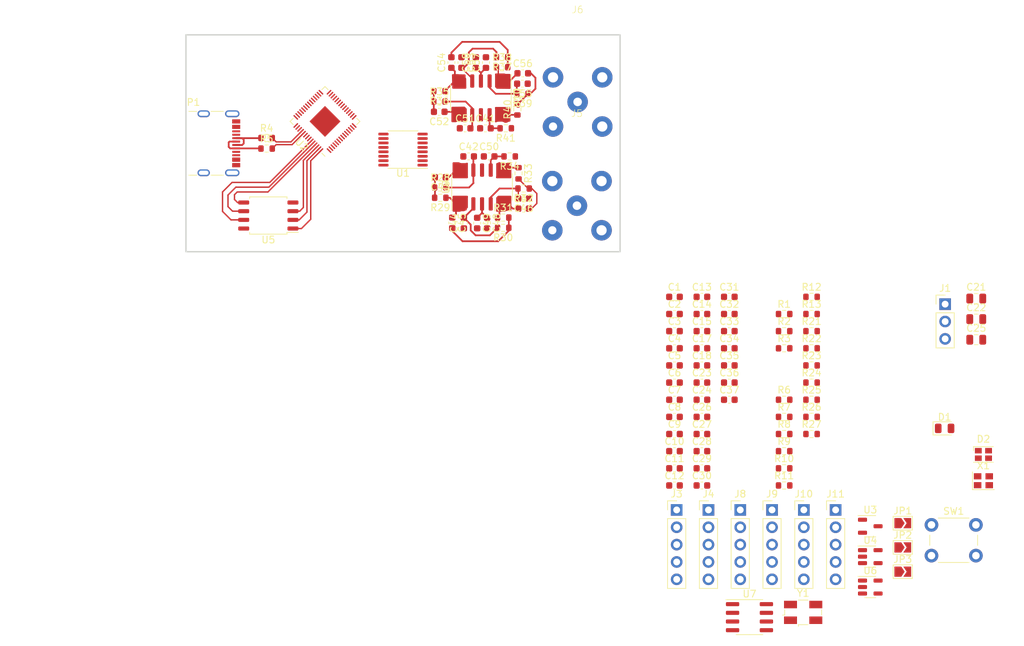
<source format=kicad_pcb>
(kicad_pcb (version 20221018) (generator pcbnew)
  (layers (0 "F.Cu" signal) (1 "In1.Cu" signal) (2 "In2.Cu" signal) (31 "B.Cu" signal) (34 "B.Paste" user) (35 "F.Paste" user) (36 "B.SilkS" user "B.Silkscreen") (37 "F.SilkS" user "F.Silkscreen") (38 "B.Mask" user) (39 "F.Mask" user) (44 "Edge.Cuts" user))
  (net 0 "")
  (net 1 "+3V3")
  (net 2 "GND")
  (net 3 "VBUS")
  (net 4 "/XOUT")
  (net 5 "VDDA")
  (net 6 "Net-(U2-ADC_AVDD)")
  (net 7 "GNDA")
  (net 8 "/SE_SIG_A")
  (net 9 "Net-(U1-REFIO_B)")
  (net 10 "Net-(U1-REFIO_A)")
  (net 11 "Net-(U1-AINP_B)")
  (net 12 "Net-(U1-AINM_B)")
  (net 13 "Net-(U1-AINP_A)")
  (net 14 "Net-(U1-AINM_A)")
  (net 15 "Net-(J2-In)")
  (net 16 "Net-(U7-CH0)")
  (net 17 "Net-(U6-VIN+)")
  (net 18 "+1V1")
  (net 19 "Net-(U10A-+)")
  (net 20 "Net-(U10D-+)")
  (net 21 "Net-(C52-Pad2)")
  (net 22 "Net-(U9D-+)")
  (net 23 "/SE_SIG_B")
  (net 24 "Net-(C43-Pad2)")
  (net 25 "Net-(U9C-+)")
  (net 26 "Net-(U9C--)")
  (net 27 "Net-(C45-Pad2)")
  (net 28 "Net-(U9B-+)")
  (net 29 "Net-(U9B--)")
  (net 30 "Net-(C47-Pad2)")
  (net 31 "Net-(U9A-+)")
  (net 32 "Net-(D1-K)")
  (net 33 "Net-(D2-BK)")
  (net 34 "Net-(D2-GK)")
  (net 35 "Net-(D2-RK)")
  (net 36 "Net-(J1-Pin_1)")
  (net 37 "Net-(J1-Pin_2)")
  (net 38 "/SIG_IN")
  (net 39 "Net-(J8-Pin_1)")
  (net 40 "Net-(J8-Pin_2)")
  (net 41 "Net-(J8-Pin_3)")
  (net 42 "Net-(J8-Pin_4)")
  (net 43 "Net-(J8-Pin_5)")
  (net 44 "Net-(J9-Pin_2)")
  (net 45 "Net-(J9-Pin_3)")
  (net 46 "Net-(J9-Pin_4)")
  (net 47 "Net-(J9-Pin_5)")
  (net 48 "/WGN_OUT")
  (net 49 "/VDDA_EN")
  (net 50 "Net-(JP1-B)")
  (net 51 "Net-(JP3-B)")
  (net 52 "/USB_CC")
  (net 53 "Net-(P1-D+)")
  (net 54 "Net-(P1-D-)")
  (net 55 "/USB_VCONN")
  (net 56 "/LED_B")
  (net 57 "/LED_G")
  (net 58 "/LED_R")
  (net 59 "/USB_D-")
  (net 60 "/USB_D+")
  (net 61 "/USER_LED")
  (net 62 "Net-(U4-PG{slash}ADJ)")
  (net 63 "/~{FLASH_CSN}")
  (net 64 "Net-(SW1-A)")
  (net 65 "Net-(U10C-+)")
  (net 66 "/PDM_WGN")
  (net 67 "/ADC_SDI")
  (net 68 "/ADC_CSN")
  (net 69 "/ADC_SCK")
  (net 70 "/ADC_SDO_A")
  (net 71 "/ADC_SDO_B")
  (net 76 "/~{PGA_CS}")
  (net 77 "/PGA_SCK")
  (net 78 "/PGA_SI")
  (net 84 "/FLASH_IO3")
  (net 85 "/FLASH_SCK")
  (net 86 "/FLASH_IO0")
  (net 87 "/FLASH_IO2")
  (net 88 "/FLASH_IO1")
  (net 89 "Net-(U10A--)")
  (net 90 "Net-(C54-Pad2)")
  (net 91 "Net-(U10B-+)")
  (net 92 "Net-(U10B--)")
  (net 93 "Net-(C56-Pad2)")
  (net 94 "Net-(U10D--)")
  (net 95 "/CLK_12M")
  (net 97 "Net-(U9A--)")
  (footprint "Capacitor_SMD:C_0603_1608Metric" (layer "F.Cu") (at 63.881 24.0538 90)
    (fp_text reference "C57")
    (fp_text value "100n")
  )
  (footprint "Resistor_SMD:R_0603_1608Metric" (layer "F.Cu") (at 31.8 36.65)
    (fp_text reference "R5")
    (fp_text value "27R")
  )
  (footprint "Resistor_SMD:R_0603_1608Metric" (layer "F.Cu") (at 66.4 46.75)
    (fp_text reference "R31")
    (fp_text value "5k9")
  )
  (footprint "Capacitor_SMD:C_0805_2012Metric" (layer "F.Cu") (at 135.6 61.615)
    (fp_text reference "C22")
    (fp_text value "10u")
  )
  (footprint "Resistor_SMD:R_0603_1608Metric" (layer "F.Cu") (at 111.51 75.925)
    (fp_text reference "R26")
    (fp_text value "50k")
  )
  (footprint "Connector_PinHeader_2.54mm:PinHeader_1x05_P2.54mm_Vertical" (layer "F.Cu") (at 101.08 89.545)
    (fp_text reference "J8")
    (fp_text value "Conn_01x05_Pin")
  )
  (footprint "Capacitor_SMD:C_0603_1608Metric" (layer "F.Cu") (at 99.48 60.865)
    (fp_text reference "C32")
    (fp_text value "10n C0G")
  )
  (footprint "Capacitor_SMD:C_0603_1608Metric" (layer "F.Cu") (at 91.46 80.945)
    (fp_text reference "C10")
    (fp_text value "15p COG")
  )
  (footprint "Resistor_SMD:R_0603_1608Metric" (layer "F.Cu") (at 68.65 40.2694 -90)
    (fp_text reference "R33")
    (fp_text value "6k3")
  )
  (footprint "Capacitor_SMD:C_0603_1608Metric" (layer "F.Cu") (at 95.47 78.435)
    (fp_text reference "C27")
    (fp_text value "1u")
  )
  (footprint "Capacitor_SMD:C_0603_1608Metric" (layer "F.Cu") (at 99.48 70.905)
    (fp_text reference "C36")
    (fp_text value "100n")
  )
  (footprint "Resistor_SMD:R_0603_1608Metric" (layer "F.Cu") (at 111.51 63.375)
    (fp_text reference "R21")
    (fp_text value "10R")
  )
  (footprint "ADS8584SIPM:BNC_THT" (layer "F.Cu") (at 77.1906 45.0088)
    (fp_text reference "J5")
    (fp_text value "BNC")
  )
  (footprint "Capacitor_SMD:C_0603_1608Metric" (layer "F.Cu") (at 99.48 58.355)
    (fp_text reference "C31")
    (fp_text value "100n")
  )
  (footprint "Resistor_SMD:R_0603_1608Metric" (layer "F.Cu") (at 111.51 60.865)
    (fp_text reference "R13")
    (fp_text value "200R")
  )
  (footprint "Resistor_SMD:R_0603_1608Metric" (layer "F.Cu") (at 111.51 70.905)
    (fp_text reference "R24")
    (fp_text value "10R")
  )
  (footprint "Connector_PinHeader_2.54mm:PinHeader_1x05_P2.54mm_Vertical" (layer "F.Cu") (at 115.03 89.545)
    (fp_text reference "J11")
    (fp_text value "Conn_01x05_Pin")
  )
  (footprint "Oscillator:Oscillator_SMD_SeikoEpson_SG210-4Pin_2.5x2.0mm" (layer "F.Cu") (at 136.65 85.275)
    (fp_text reference "X1")
    (fp_text value "SG-210STF")
  )
  (footprint "Resistor_SMD:R_0603_1608Metric" (layer "F.Cu") (at 66.2432 23.2664 180)
    (fp_text reference "R37")
    (fp_text value "15k2")
  )
  (footprint "Capacitor_SMD:C_0603_1608Metric" (layer "F.Cu") (at 99.48 73.415)
    (fp_text reference "C37")
    (fp_text value "2u2")
  )
  (footprint "Resistor_SMD:R_0603_1608Metric" (layer "F.Cu") (at 111.51 58.355)
    (fp_text reference "R12")
    (fp_text value "1k")
  )
  (footprint "Capacitor_SMD:C_0603_1608Metric" (layer "F.Cu") (at 69.2658 25.6286)
    (fp_text reference "C56")
    (fp_text value "100p	C0G")
  )
  (footprint "Package_TO_SOT_SMD:SOT-23-5" (layer "F.Cu") (at 120.1 100.835)
    (fp_text reference "U6")
    (fp_text value "MCP6486UT-E/OT")
  )
  (footprint "Resistor_SMD:R_0603_1608Metric" (layer "F.Cu") (at 57.2 42.35)
    (fp_text reference "R28")
    (fp_text value "15k1")
  )
  (footprint "Resistor_SMD:R_0603_1608Metric" (layer "F.Cu") (at 107.5 65.885)
    (fp_text reference "R3")
    (fp_text value "200R")
  )
  (footprint "Package_SO:SOIC-8_3.9x4.9mm_P1.27mm" (layer "F.Cu") (at 102.43 105.245)
    (fp_text reference "U7")
    (fp_text value "MCP6S92-E/SN")
  )
  (footprint "Connector_PinHeader_2.54mm:PinHeader_1x05_P2.54mm_Vertical" (layer "F.Cu") (at 105.73 89.545)
    (fp_text reference "J9")
    (fp_text value "Conn_01x06_Pin")
  )
  (footprint "Capacitor_SMD:C_0603_1608Metric" (layer "F.Cu") (at 69.3928 43.9674 180)
    (fp_text reference "C46")
    (fp_text value "68p	C0G")
  )
  (footprint "Capacitor_SMD:C_0603_1608Metric" (layer "F.Cu") (at 64.35 37.8)
    (fp_text reference "C50")
    (fp_text value "68p C0G")
  )
  (footprint "Resistor_SMD:R_0603_1608Metric" (layer "F.Cu") (at 107.5 75.925)
    (fp_text reference "R7")
    (fp_text value "10k")
  )
  (footprint "Resistor_SMD:R_0603_1608Metric" (layer "F.Cu") (at 111.51 68.395)
    (fp_text reference "R23")
    (fp_text value "10R")
  )
  (footprint "Resistor_SMD:R_0603_1608Metric" (layer "F.Cu") (at 69.215 28.6258 180)
    (fp_text reference "R39")
    (fp_text value "14k8")
  )
  (footprint "Package_SO:TSSOP-16_4.4x5mm_P0.65mm" (layer "F.Cu") (at 51.75 36.8 180)
    (fp_text reference "U1")
    (fp_text value "AD7253")
  )
  (footprint "Capacitor_SMD:C_0603_1608Metric" (layer "F.Cu") (at 91.46 75.925)
    (fp_text reference "C8")
    (fp_text value "100n")
  )
  (footprint "Resistor_SMD:R_0603_1608Metric" (layer "F.Cu") (at 66.7766 33.6804 180)
    (fp_text reference "R41")
    (fp_text value "11k7")
  )
  (footprint "Crystal:Crystal_SMD_EuroQuartz_MJ-4Pin_5.0x3.2mm" (layer "F.Cu") (at 110.28 104.545)
    (fp_text reference "Y1")
    (fp_text value "12MHz")
  )
  (footprint "Capacitor_SMD:C_0603_1608Metric" (layer "F.Cu") (at 95.47 83.455)
    (fp_text reference "C29")
    (fp_text value "1u")
  )
  (footprint "LED_SMD:LED_Cree-PLCC4_2x2mm_CW" (layer "F.Cu") (at 136.65 81.425)
    (fp_text reference "D2")
    (fp_text value "LED_ABGR")
  )
  (footprint "Capacitor_SMD:C_0603_1608Metric" (layer "F.Cu") (at 95.47 65.885)
    (fp_text reference "C17")
    (fp_text value "100n")
  )
  (footprint "Resistor_SMD:R_0603_1608Metric" (layer "F.Cu") (at 31.8 35.1)
    (fp_text reference "R4")
    (fp_text value "27R")
  )
  (footprint "Package_SO:SOIC-14_3.9x8.7mm_P1.27mm" (layer "F.Cu") (at 63.31 42.275 90)
    (fp_text reference "U9")
    (fp_text value "OPA1664")
  )
  (footprint "Capacitor_SMD:C_0603_1608Metric" (layer "F.Cu") (at 58.8264 24.0538 90)
    (fp_text reference "C54")
    (fp_text value "150p	C0G")
  )
  (footprint "Capacitor_SMD:C_0603_1608Metric" (layer "F.Cu") (at 60.2996 24.0538 -90)
    (fp_text reference "C53")
    (fp_text value "47p	C0G")
  )
  (footprint "Capacitor_SMD:C_0805_2012Metric" (layer "F.Cu") (at 135.6 58.605)
    (fp_text reference "C21")
    (fp_text value "10u")
  )
  (footprint "Resistor_SMD:R_0603_1608Metric" (layer "F.Cu") (at 107.5 80.945)
    (fp_text reference "R9")
    (fp_text value "50k")
  )
  (footprint "Capacitor_SMD:C_0603_1608Metric" (layer "F.Cu") (at 95.47 73.415)
    (fp_text reference "C24")
    (fp_text value "36n C0G")
  )
  (footprint "Capacitor_SMD:C_0805_2012Metric" (layer "F.Cu") (at 135.6 64.625)
    (fp_text reference "C25")
    (fp_text value "C_Polarized_Small")
  )
  (footprint "Capacitor_SMD:C_0603_1608Metric" (layer "F.Cu") (at 95.47 68.395)
    (fp_text reference "C18")
    (fp_text value "10n")
  )
  (footprint "Capacitor_SMD:C_0603_1608Metric" (layer "F.Cu") (at 91.46 73.415)
    (fp_text reference "C7")
    (fp_text value "15p COG")
  )
  (footprint "Package_TO_SOT_SMD:SOT-23-3" (layer "F.Cu") (at 120.1 91.935)
    (fp_text reference "U3")
    (fp_text value "AP2210N-4.0TRG1")
  )
  (footprint "Capacitor_SMD:C_0603_1608Metric" (layer "F.Cu") (at 91.46 78.435)
    (fp_text reference "C9")
    (fp_text value "1u")
  )
  (footprint "Resistor_SMD:R_0603_1608Metric" (layer "F.Cu") (at 66.4 48.25 180)
    (fp_text reference "R30")
    (fp_text value "15k2")
  )
  (footprint "Resistor_SMD:R_0603_1608Metric" (layer "F.Cu") (at 111.51 65.885)
    (fp_text reference "R22")
    (fp_text value "10R")
  )
  (footprint "Capacitor_SMD:C_0603_1608Metric" (layer "F.Cu") (at 95.47 60.865)
    (fp_text reference "C14")
    (fp_text value "1u")
  )
  (footprint "Package_DFN_QFN:QFN-56-1EP_7x7mm_P0.4mm_EP3.2x3.2mm" (layer "F.Cu") (at 40.336314 32.674955 135)
    (fp_text reference "U2")
    (fp_text value "RP2040")
  )
  (footprint "Capacitor_SMD:C_0603_1608Metric" (layer "F.Cu") (at 62.4078 24.0538 90)
    (fp_text reference "C58")
    (fp_text value "10n")
  )
  (footprint "Connector_PinHeader_2.54mm:PinHeader_1x05_P2.54mm_Vertical" (layer "F.Cu") (at 96.43 89.545)
    (fp_text reference "J4")
    (fp_text value "Conn_01x05_Pin")
  )
  (footprint "Capacitor_SMD:C_0603_1608Metric" (layer "F.Cu") (at 91.46 70.905)
    (fp_text reference "C6")
    (fp_text value "100n")
  )
  (footprint "Resistor_SMD:R_0603_1608Metric" (layer "F.Cu") (at 57.2 43.85 180)
    (fp_text reference "R29")
    (fp_text value "8k4")
  )
  (footprint "Connector_USB:USB_C_Receptacle_GCT_USB4105-xx-A_16P_TopMnt_Horizontal" (layer "F.Cu") (at 23.67 35.875 -90)
    (fp_text reference "P1")
    (fp_text value "USB_C_Plug_USB2.0")
  )
  (footprint "Capacitor_SMD:C_0603_1608Metric" (layer "F.Cu") (at 58.9534 47.5234 -90)
    (fp_text reference "C45")
    (fp_text value "150p	C0G")
  )
  (footprint "Capacitor_SMD:C_0603_1608Metric" (layer "F.Cu") (at 95.47 70.905)
    (fp_text reference "C23")
    (fp_text value "36n C0G")
  )
  (footprint "Capacitor_SMD:C_0603_1608Metric" (layer "F.Cu") (at 69.3928 45.4406)
    (fp_text reference "C47")
    (fp_text value "100p	C0G")
  )
  (footprint "Capacitor_SMD:C_0603_1608Metric" (layer "F.Cu") (at 95.47 63.375)
    (fp_text reference "C15")
    (fp_text value "100n")
  )
  (footprint "Capacitor_SMD:C_0603_1608Metric" (layer "F.Cu") (at 91.46 83.455)
    (fp_text reference "C11")
    (fp_text value "2u2")
  )
  (footprint "Resistor_SMD:R_0603_1608Metric" (layer "F.Cu") (at 57.0738 29.7688)
    (fp_text reference "R35")
    (fp_text value "15k1")
  )
  (footprint "Resistor_SMD:R_0603_1608Metric" (layer "F.Cu") (at 107.5 85.965)
    (fp_text reference "R11")
    (fp_text value "56k")
  )
  (footprint "Resistor_SMD:R_0603_1608Metric" (layer "F.Cu") (at 111.51 73.415)
    (fp_text reference "R25")
    (fp_text value "50k")
  )
  (footprint "Capacitor_SMD:C_0603_1608Metric" (layer "F.Cu") (at 95.47 85.965)
    (fp_text reference "C30")
    (fp_text value "1u")
  )
  (footprint "Capacitor_SMD:C_0603_1608Metric" (layer "F.Cu") (at 60.65 47.55 90)
    (fp_text reference "C44")
    (fp_text value "47p	C0G")
  )
  (footprint "Capacitor_SMD:C_0603_1608Metric" (layer "F.Cu") (at 69.215 27.1526 180)
    (fp_text reference "C55")
    (fp_text value "68p	C0G")
  )
  (footprint "Package_SO:SOIC-14_3.9x8.7mm_P1.27mm" (layer "F.Cu") (at 63.1444 29.2354 -90)
    (fp_text reference "U10")
    (fp_text value "OPA1664")
  )
  (footprint "Capacitor_SMD:C_0603_1608Metric" (layer "F.Cu") (at 62.6 47.55 -90)
    (fp_text reference "C49")
    (fp_text value "10n")
  )
  (footprint "Jumper:SolderJumper-2_P1.3mm_Open_TrianglePad1.0x1.5mm" (layer "F.Cu") (at 124.85 91.485)
    (fp_text reference "JP1")
    (fp_text value "SolderJumper_2_Open")
  )
  (footprint "Capacitor_SMD:C_0603_1608Metric" (layer "F.Cu") (at 95.47 75.925)
    (fp_text reference "C26")
    (fp_text value "100n")
  )
  (footprint "Resistor_SMD:R_0603_1608Metric" (layer "F.Cu") (at 69.3928 42.4942 180)
    (fp_text reference "R32")
    (fp_text value "14k8")
  )
  (footprint "Capacitor_SMD:C_0603_1608Metric" (layer "F.Cu") (at 99.48 68.395)
    (fp_text reference "C35")
    (fp_text value "10n")
  )
  (footprint "Resistor_SMD:R_0603_1608Metric" (layer "F.Cu") (at 67.35 37.8 180)
    (fp_text reference "R34")
    (fp_text value "11k7")
  )
  (footprint "Capacitor_SMD:C_0603_1608Metric" (layer "F.Cu") (at 95.47 80.945)
    (fp_text reference "C28")
    (fp_text value "100n")
  )
  (footprint "Connector_PinHeader_2.54mm:PinHeader_1x05_P2.54mm_Vertical" (layer "F.Cu") (at 110.38 89.545)
    (fp_text reference "J10")
    (fp_text value "Conn_01x05_Pin")
  )
  (footprint "Resistor_SMD:R_0603_1608Metric" (layer "F.Cu") (at 107.5 73.415)
    (fp_text reference "R6")
    (fp_text value "200R")
  )
  (footprint "Capacitor_SMD:C_0603_1608Metric" (layer "F.Cu") (at 64.05 47.55 -90)
    (fp_text reference "C48")
    (fp_text value "100n")
  )
  (footprint "Resistor_SMD:R_0603_1608Metric" (layer "F.Cu") (at 57.0738 28.2448 180)
    (fp_text reference "R36")
    (fp_text value "8k4")
  )
  (footprint "Package_TO_SOT_SMD:SOT-23-5" (layer "F.Cu") (at 120.1 96.385)
    (fp_text reference "U4")
    (fp_text value "NCP164ASNADJT1G")
  )
  (footprint "Resistor_SMD:R_0603_1608Metric" (layer "F.Cu") (at 66.2432 24.7396)
    (fp_text reference "R38")
    (fp_text value "5k9")
  )
  (footprint "Connector_PinHeader_2.54mm:PinHeader_1x03_P2.54mm_Vertical" (layer "F.Cu") (at 131.05 59.425)
    (fp_text reference "J1")
    (fp_text value "Conn_01x03_Pin")
  )
  (footprint "Capacitor_SMD:C_0603_1608Metric" (layer "F.Cu") (at 91.46 85.965)
    (fp_text reference "C12")
    (fp_text value "100n")
  )
  (footprint "Capacitor_SMD:C_0603_1608Metric" (layer "F.Cu") (at 99.48 65.885)
    (fp_text reference "C34")
    (fp_text value "2u2")
  )
  (footprint "Capacitor_SMD:C_0603_1608Metric" (layer "F.Cu") (at 61.35 37.8)
    (fp_text reference "C42")
    (fp_text value "15p   C0G")
  )
  (footprint "Resistor_SMD:R_0603_1608Metric" (layer "F.Cu") (at 107.5 63.375)
    (fp_text reference "R2")
    (fp_text value "200R")
  )
  (footprint "Connector_PinHeader_2.54mm:PinHeader_1x05_P2.54mm_Vertical" (layer "F.Cu") (at 91.78 89.545)
    (fp_text reference "J3")
    (fp_text value "Conn_01x05_Pin")
  )
  (footprint "Capacitor_SMD:C_0603_1608Metric" (layer "F.Cu") (at 95.47 58.355)
    (fp_text reference "C13")
    (fp_text value "100n")
  )
  (footprint "Resistor_SMD:R_0603_1608Metric" (layer "F.Cu") (at 107.5 83.455)
    (fp_text reference "R10")
    (fp_text value "56k")
  )
  (footprint "Capacitor_SMD:C_0603_1608Metric" (layer "F.Cu") (at 91.46 60.865)
    (fp_text reference "C2")
    (fp_text value "1u")
  )
  (footprint "Capacitor_SMD:C_0603_1608Metric" (layer "F.Cu") (at 91.46 65.885)
    (fp_text reference "C4")
    (fp_text value "1u")
  )
  (footprint "ADS8584SIPM:BNC_THT" (layer "F.Cu") (at 77.2922 29.8196)
    (fp_text reference "J6")
    (fp_text value "BNC")
  )
  (footprint "Jumper:SolderJumper-2_P1.3mm_Open_TrianglePad1.0x1.5mm" (layer "F.Cu") (at 124.85 95.035)
    (fp_text reference "JP2")
    (fp_text value "SolderJumper_2_Open")
  )
  (footprint "Capacitor_SMD:C_0603_1608Metric" (layer "F.Cu") (at 57.2 40.85 180)
    (fp_text reference "C43")
    (fp_text value "330p	C0G")
  )
  (footprint "Resistor_SMD:R_0603_1608Metric" (layer "F.Cu") (at 107.5 60.865)
    (fp_text reference "R1")
    (fp_text value "200R")
  )
  (footprint "Capacitor_SMD:C_0603_1608Metric" (layer "F.Cu") (at 57.0484 31.2674 180)
    (fp_text reference "C52")
    (fp_text value "330p	C0G")
  )
  (footprint "Capacitor_SMD:C_0603_1608Metric" (layer "F.Cu") (at 99.48 63.375)
    (fp_text reference "C33")
    (fp_text value "100n")
  )
  (footprint "Capacitor_SMD:C_0603_1608Metric" (layer "F.Cu") (at 91.46 68.395)
    (fp_text reference "C5")
    (fp_text value "10n")
  )
  (footprint "Package_SO:SOIC-8_5.23x5.23mm_P1.27mm" (layer "F.Cu") (at 32.05 46.45 180)
    (fp_text reference "U5")
    (fp_text value "W25Q32JVSS")
  )
  (footprint "Jumper:SolderJumper-2_P1.3mm_Open_TrianglePad1.0x1.5mm" (layer "F.Cu") (at 124.85 98.585)
    (fp_text reference "JP3")
    (fp_text value "SolderJumper_2_Open")
  )
  (footprint "Resistor_SMD:R_0603_1608Metric" (layer "F.Cu") (at 111.51 78.435)
    (fp_text reference "R27")
    (fp_text value "8.06")
  )
  (footprint "Resistor_SMD:R_0603_1608Metric" (layer "F.Cu") (at 107.5 78.435)
    (fp_text reference "R8")
    (fp_text value "150k")
  )
  (footprint "LED_SMD:LED_0805_2012Metric" (layer "F.Cu") (at 130.97 77.61)
    (fp_text reference "D1")
    (fp_text value "LED")
  )
  (footprint "Capacitor_SMD:C_0603_1608Metric" (layer "F.Cu") (at 91.46 58.355)
    (fp_text reference "C1")
    (fp_text value "100n")
  )
  (footprint "Resistor_SMD:R_0603_1608Metric" (layer "F.Cu") (at 68.4784 30.9118 90)
    (fp_text reference "R40")
    (fp_text value "6k3")
  )
  (footprint "Button_Switch_THT:SW_PUSH_6mm" (layer "F.Cu") (at 129.05 91.735)
    (fp_text reference "SW1")
    (fp_text value "SW_SPST")
  )
  (footprint "Capacitor_SMD:C_0603_1608Metric" (layer "F.Cu") (at 91.46 63.375)
    (fp_text reference "C3")
    (fp_text value "100n")
  )
  (footprint "Capacitor_SMD:C_0603_1608Metric" (layer "F.Cu") (at 60.833 33.6804)
    (fp_text reference "C51")
    (fp_text value "15p   C0G")
  )
  (footprint "Capacitor_SMD:C_0603_1608Metric" (layer "F.Cu") (at 63.8048 33.6804)
    (fp_text reference "C41")
    (fp_text value "68p C0G")
  )
  (gr_rect locked (start 20 20) (end 83.5 51.75) (stroke (width 0.2)) (fill none) (layer "Edge.Cuts"))
  (segment (start 63.31 46.065) (end 62.6 46.775) (width 0.25) (layer "F.Cu") (net 5))
  (segment (start 63.1444 26.7604) (end 63.1444 25.5654) (width 0.25) (layer "F.Cu") (net 5))
  (segment (start 63.1444 25.5654) (end 63.881 24.8288) (width 0.25) (layer "F.Cu") (net 5))
  (segment (start 63.31 46.035) (end 64.05 46.775) (width 0.25) (layer "F.Cu") (net 5))
  (segment (start 63.1444 25.5654) (end 62.4078 24.8288) (width 0.25) (layer "F.Cu") (net 5))
  (segment (start 63.31 44.75) (end 63.31 46.035) (width 0.25) (layer "F.Cu") (net 5))
  (segment (start 63.31 46.035) (end 63.31 46.065) (width 0.25) (layer "F.Cu") (net 5))
  (segment (start 57.8234 31.2674) (end 58.8914 31.2674) (width 0.25) (layer "F.Cu") (net 8))
  (segment (start 58.8914 31.2674) (end 59.3344 31.7104) (width 0.25) (layer "F.Cu") (net 8))
  (segment (start 64.4144 27.7354) (end 65.3048 28.6258) (width 0.25) (layer "F.Cu") (net 19))
  (segment (start 68.39 28.6258) (end 68.39 27.2026) (width 0.25) (layer "F.Cu") (net 19))
  (segment (start 64.4144 26.7604) (end 64.4144 27.7354) (width 0.25) (layer "F.Cu") (net 19))
  (segment (start 68.39 27.2026) (end 68.44 27.1526) (width 0.25) (layer "F.Cu") (net 19))
  (segment (start 65.3048 28.6258) (end 68.39 28.6258) (width 0.25) (layer "F.Cu") (net 19))
  (segment (start 64.4144 33.515) (end 64.5798 33.6804) (width 0.25) (layer "F.Cu") (net 20))
  (segment (start 64.5798 33.6804) (end 65.9516 33.6804) (width 0.25) (layer "F.Cu") (net 20))
  (segment (start 64.4144 31.7104) (end 64.4144 33.515) (width 0.25) (layer "F.Cu") (net 20))
  (segment (start 56.2234 31.2428) (end 56.248 31.2674) (width 0.25) (layer "F.Cu") (net 21))
  (segment (start 56.2488 28.2448) (end 56.2488 31.2428) (width 0.25) (layer "F.Cu") (net 21))
  (segment (start 56.2488 31.2428) (end 56.2734 31.2674) (width 0.25) (layer "F.Cu") (net 21))
  (segment (start 62.05 41.7) (end 62.04 41.69) (width 0.25) (layer "F.Cu") (net 22))
  (segment (start 62.04 41.69) (end 62.04 39.8) (width 0.25) (layer "F.Cu") (net 22))
  (segment (start 62.04 39.8) (end 62.04 37.885) (width 0.25) (layer "F.Cu") (net 22))
  (segment (start 58.025 42.35) (end 61.4 42.35) (width 0.25) (layer "F.Cu") (net 22))
  (segment (start 61.4 42.35) (end 62.05 41.7) (width 0.25) (layer "F.Cu") (net 22))
  (segment (start 62.04 37.885) (end 62.125 37.8) (width 0.25) (layer "F.Cu") (net 22))
  (segment (start 58.45 40.85) (end 59.5 39.8) (width 0.25) (layer "F.Cu") (net 23))
  (segment (start 57.975 40.85) (end 58.45 40.85) (width 0.25) (layer "F.Cu") (net 23))
  (segment (start 56.425 40.85) (end 56.425 43.8) (width 0.25) (layer "F.Cu") (net 24))
  (segment (start 56.425 43.8) (end 56.375 43.85) (width 0.25) (layer "F.Cu") (net 24))
  (segment (start 64.58 38.345) (end 65.125 37.8) (width 0.25) (layer "F.Cu") (net 25))
  (segment (start 66.525 37.8) (end 65.125 37.8) (width 0.25) (layer "F.Cu") (net 25))
  (segment (start 64.58 39.8) (end 64.58 38.345) (width 0.25) (layer "F.Cu") (net 25))
  (segment (start 67.245 39.925) (end 67.12 39.8) (width 0.25) (layer "F.Cu") (net 26))
  (segment (start 68.65 39.4444) (end 67.245 39.4444) (width 0.25) (layer "F.Cu") (net 26))
  (segment (start 60.455 50.2158) (end 65.675 50.2158) (width 0.25) (layer "F.Cu") (net 27))
  (segment (start 67.225 48.6658) (end 67.225 48.25) (width 0.25) (layer "F.Cu") (net 27))
  (segment (start 58.9534 48.7142) (end 58.9534 48.2984) (width 0.25) (layer "F.Cu") (net 27))
  (segment (start 65.675 50.2158) (end 67.225 48.6658) (width 0.25) (layer "F.Cu") (net 27))
  (segment (start 60.455 50.2158) (end 58.9534 48.7142) (width 0.25) (layer "F.Cu") (net 27))
  (segment (start 67.0814 48.3936) (end 67.225 48.25) (width 0.25) (layer "F.Cu") (net 27))
  (segment (start 67.225 48.25) (end 67.075 48.25) (width 0.25) (layer "F.Cu") (net 27))
  (segment (start 67.225 48.25) (end 67.225 46.75) (width 0.25) (layer "F.Cu") (net 27))
  (segment (start 65.8608 42.4942) (end 68.5678 42.4942) (width 0.25) (layer "F.Cu") (net 28))
  (segment (start 68.5678 43.9174) (end 68.6178 43.9674) (width 0.2) (layer "F.Cu") (net 28))
  (segment (start 68.6178 42.5442) (end 68.5678 42.4942) (width 0.2) (layer "F.Cu") (net 28))
  (segment (start 64.58 43.775) (end 65.8608 42.4942) (width 0.25) (layer "F.Cu") (net 28))
  (segment (start 68.6178 43.9674) (end 68.6178 42.5442) (width 0.2) (layer "F.Cu") (net 28))
  (segment (start 64.58 44.75) (end 64.58 43.775) (width 0.25) (layer "F.Cu") (net 28))
  (segment (start 68.6178 45.4406) (end 67.8106 45.4406) (width 0.25) (layer "F.Cu") (net 29))
  (segment (start 65.85 46.475) (end 65.575 46.75) (width 0.25) (layer "F.Cu") (net 29))
  (segment (start 65.85 44.75) (end 65.85 46.475) (width 0.25) (layer "F.Cu") (net 29))
  (segment (start 67.345 44.525) (end 67.12 44.75) (width 0.25) (layer "F.Cu") (net 29))
  (segment (start 67.8106 45.4406) (end 67.12 44.75) (width 0.25) (layer "F.Cu") (net 29))
  (segment (start 71.3232 44.6786) (end 71.3232 43.2308) (width 0.2) (layer "F.Cu") (net 30))
  (segment (start 70.5612 45.4406) (end 71.3232 44.6786) (width 0.2) (layer "F.Cu") (net 30))
  (segment (start 71.3232 43.2308) (end 70.5866 42.4942) (width 0.2) (layer "F.Cu") (net 30))
  (segment (start 70.2178 42.4942) (end 70.0498 42.4942) (width 0.2) (layer "F.Cu") (net 30))
  (segment (start 70.1678 45.4406) (end 70.5612 45.4406) (width 0.2) (layer "F.Cu") (net 30))
  (segment (start 70.5993 45.4406) (end 70.1678 45.4406) (width 0.2) (layer "F.Cu") (net 30))
  (segment (start 70.5866 42.4942) (end 70.2178 42.4942) (width 0.2) (layer "F.Cu") (net 30))
  (segment (start 70.0498 42.4942) (end 68.65 41.0944) (width 0.2) (layer "F.Cu") (net 30))
  (segment (start 65.55 48.25) (end 64.45 49.35) (width 0.25) (layer "F.Cu") (net 31))
  (segment (start 62.372183 49.35) (end 61.886092 48.863908) (width 0.25) (layer "F.Cu") (net 31))
  (segment (start 61.65 48.627817) (end 61.65 47.85) (width 0.25) (layer "F.Cu") (net 31))
  (segment (start 61.886092 48.863908) (end 61.65 48.627817) (width 0.25) (layer "F.Cu") (net 31))
  (segment (start 61.65 47.85) (end 61.65 47.775) (width 0.25) (layer "F.Cu") (net 31))
  (segment (start 62.04 45.385) (end 60.65 46.775) (width 0.25) (layer "F.Cu") (net 31))
  (segment (start 64.45 49.35) (end 62.372183 49.35) (width 0.25) (layer "F.Cu") (net 31))
  (segment (start 62.04 44.75) (end 62.04 45.385) (width 0.25) (layer "F.Cu") (net 31))
  (segment (start 61.65 47.775) (end 60.65 46.775) (width 0.25) (layer "F.Cu") (net 31))
  (segment (start 65.575 48.25) (end 65.55 48.25) (width 0.25) (layer "F.Cu") (net 31))
  (segment (start 27.35 35.625) (end 26.375 35.625) (width 0.25) (layer "F.Cu") (net 53))
  (segment (start 26.375 35.625) (end 26.25 35.75) (width 0.25) (layer "F.Cu") (net 53))
  (segment (start 27.35 36.625) (end 30.95 36.625) (width 0.25) (layer "F.Cu") (net 53))
  (segment (start 26.475 36.625) (end 27.35 36.625) (width 0.25) (layer "F.Cu") (net 53))
  (segment (start 26.25 35.75) (end 26.25 36.4) (width 0.25) (layer "F.Cu") (net 53))
  (segment (start 26.25 36.4) (end 26.475 36.625) (width 0.25) (layer "F.Cu") (net 53))
  (segment (start 30.95 36.625) (end 30.975 36.65) (width 0.25) (layer "F.Cu") (net 53))
  (segment (start 28.45 35.9) (end 28.45 35.35) (width 0.25) (layer "F.Cu") (net 54))
  (segment (start 28.45 35.35) (end 28.225 35.125) (width 0.25) (layer "F.Cu") (net 54))
  (segment (start 27.35 35.125) (end 30.95 35.125) (width 0.25) (layer "F.Cu") (net 54))
  (segment (start 30.95 35.125) (end 30.975 35.1) (width 0.25) (layer "F.Cu") (net 54))
  (segment (start 28.225 35.125) (end 27.35 35.125) (width 0.25) (layer "F.Cu") (net 54))
  (segment (start 28.225 36.125) (end 28.45 35.9) (width 0.25) (layer "F.Cu") (net 54))
  (segment (start 27.35 36.125) (end 28.225 36.125) (width 0.25) (layer "F.Cu") (net 54))
  (segment (start 33.2 35.675) (end 35.35637 35.675) (width 0.2) (layer "F.Cu") (net 59))
  (segment (start 35.35637 35.675) (end 36.915685 34.115685) (width 0.2) (layer "F.Cu") (net 59))
  (segment (start 33.2 35.675) (end 32.625 35.1) (width 0.2) (layer "F.Cu") (net 59))
  (segment (start 33.2 36.075) (end 32.625 36.65) (width 0.2) (layer "F.Cu") (net 60))
  (segment (start 33.2 36.075) (end 35.522056 36.075) (width 0.2) (layer "F.Cu") (net 60))
  (segment (start 35.522056 36.075) (end 37.198528 34.398528) (width 0.2) (layer "F.Cu") (net 60))
  (segment (start 36.895 48.355) (end 37.9 47.35) (width 0.2) (layer "F.Cu") (net 63))
  (segment (start 35.65 48.355) (end 36.895 48.355) (width 0.2) (layer "F.Cu") (net 63))
  (segment (start 38.25 38.438224) (end 39.744112 36.944112) (width 0.2) (layer "F.Cu") (net 63))
  (segment (start 37.9 47.35) (end 38.25 47) (width 0.2) (layer "F.Cu") (net 63))
  (segment (start 38.25 47) (end 38.25 38.438224) (width 0.2) (layer "F.Cu") (net 63))
  (segment (start 61.8744 33.414) (end 61.608 33.6804) (width 0.25) (layer "F.Cu") (net 65))
  (segment (start 61.8744 30.7354) (end 60.9078 29.7688) (width 0.25) (layer "F.Cu") (net 65))
  (segment (start 61.8744 31.7104) (end 61.8744 33.414) (width 0.25) (layer "F.Cu") (net 65))
  (segment (start 61.8744 31.7104) (end 61.8744 30.7354) (width 0.25) (layer "F.Cu") (net 65))
  (segment (start 60.9078 29.7688) (end 57.8988 29.7688) (width 0.25) (layer "F.Cu") (net 65))
  (segment (start 26.585 47.085) (end 25.35 45.85) (width 0.2) (layer "F.Cu") (net 84))
  (segment (start 26.75 41.6) (end 32.259798 41.6) (width 0.2) (layer "F.Cu") (net 84))
  (segment (start 25.35 45.85) (end 25.35 43) (width 0.2) (layer "F.Cu") (net 84))
  (segment (start 32.259798 41.6) (end 38.329899 35.529899) (width 0.2) (layer "F.Cu") (net 84))
  (segment (start 28.45 47.085) (end 26.585 47.085) (width 0.2) (layer "F.Cu") (net 84))
  (segment (start 25.35 43) (end 26.75 41.6) (width 0.2) (layer "F.Cu") (net 84))
  (segment (start 26.15 43.45) (end 26.15 45.15) (width 0.2) (layer "F.Cu") (net 85))
  (segment (start 26.15 45.15) (end 26.815 45.815) (width 0.2) (layer "F.Cu") (net 85))
  (segment (start 26.815 45.815) (end 28.45 45.815) (width 0.2) (layer "F.Cu") (net 85))
  (segment (start 32.125482 42.3) (end 27.3 42.3) (width 0.2) (layer "F.Cu") (net 85))
  (segment (start 38.612741 35.812741) (end 32.125482 42.3) (width 0.2) (layer "F.Cu") (net 85))
  (segment (start 27.3 42.3) (end 26.15 43.45) (width 0.2) (layer "F.Cu") (net 85))
  (segment (start 27.1 44.1) (end 27.1 43.4) (width 0.2) (layer "F.Cu") (net 86))
  (segment (start 27.5 43) (end 31.991168 43) (width 0.2) (layer "F.Cu") (net 86))
  (segment (start 27.1 43.4) (end 27.5 43) (width 0.2) (layer "F.Cu") (net 86))
  (segment (start 28.45 44.545) (end 27.545 44.545) (width 0.2) (layer "F.Cu") (net 86))
  (segment (start 31.991168 43) (end 38.895584 36.095584) (width 0.2) (layer "F.Cu") (net 86))
  (segment (start 27.545 44.545) (end 27.1 44.1) (width 0.2) (layer "F.Cu") (net 86))
  (segment (start 36.635 45.815) (end 37.175 45.275) (width 0.2) (layer "F.Cu") (net 87))
  (segment (start 35.65 45.815) (end 36.635 45.815) (width 0.2) (layer "F.Cu") (net 87))
  (segment (start 39.178427 36.378427) (end 37.175 38.381854) (width 0.2) (layer "F.Cu") (net 87))
  (segment (start 37.175 38.381854) (end 37.175 45.275) (width 0.2) (layer "F.Cu") (net 87))
  (segment (start 37.7 45.95) (end 36.565 47.085) (width 0.2) (layer "F.Cu") (net 88))
  (segment (start 37.7 38.422538) (end 37.7 45.95) (width 0.2) (layer "F.Cu") (net 88))
  (segment (start 36.565 47.085) (end 35.65 47.085) (width 0.2) (layer "F.Cu") (net 88))
  (segment (start 39.461269 36.661269) (end 37.7 38.422538) (width 0.2) (layer "F.Cu") (net 88))
  (segment (start 65.6976 26.7472) (end 65.6844 26.7604) (width 0.2) (layer "F.Cu") (net 89))
  (segment (start 67.359 26.7604) (end 68.4908 25.6286) (width 0.25) (layer "F.Cu") (net 89))
  (segment (start 65.6844 25.0058) (end 65.4182 24.7396) (width 0.2) (layer "F.Cu") (net 89))
  (segment (start 65.6844 26.7604) (end 65.6844 25.0058) (width 0.2) (layer "F.Cu") (net 89))
  (segment (start 66.9544 26.7604) (end 67.359 26.7604) (width 0.25) (layer "F.Cu") (net 89))
  (segment (start 60.4012 21.0312) (end 58.8264 22.606) (width 0.25) (layer "F.Cu") (net 90))
  (segment (start 67.0682 23.2664) (end 67.0682 22.2118) (width 0.25) (layer "F.Cu") (net 90))
  (segment (start 65.8876 21.0312) (end 60.4012 21.0312) (width 0.25) (layer "F.Cu") (net 90))
  (segment (start 59.055 22.9676) (end 59.055 23.2534) (width 0.2) (layer "F.Cu") (net 90))
  (segment (start 67.0682 24.7396) (end 67.0682 23.2664) (width 0.25) (layer "F.Cu") (net 90))
  (segment (start 58.8264 22.606) (end 58.8264 23.2788) (width 0.25) (layer "F.Cu") (net 90))
  (segment (start 67.0682 22.2118) (end 65.8876 21.0312) (width 0.25) (layer "F.Cu") (net 90))
  (segment (start 61.3664 22.5806) (end 61.9252 22.0218) (width 0.25) (layer "F.Cu") (net 91))
  (segment (start 60.6422 24.8288) (end 61.3664 24.1046) (width 0.25) (layer "F.Cu") (net 91))
  (segment (start 61.8744 26.7604) (end 61.8744 26.4036) (width 0.2) (layer "F.Cu") (net 91))
  (segment (start 61.9252 22.0218) (end 64.9224 22.0218) (width 0.25) (layer "F.Cu") (net 91))
  (segment (start 61.8744 26.7604) (end 61.8744 26.1496) (width 0.2) (layer "F.Cu") (net 91))
  (segment (start 64.9224 22.0218) (end 65.4182 22.5176) (width 0.25) (layer "F.Cu") (net 91))
  (segment (start 65.4182 22.5176) (end 65.4182 23.2664) (width 0.25) (layer "F.Cu") (net 91))
  (segment (start 61.8744 26.4036) (end 60.2996 24.8288) (width 0.2) (layer "F.Cu") (net 91))
  (segment (start 61.3664 24.1046) (end 61.3664 22.5806) (width 0.25) (layer "F.Cu") (net 91))
  (segment (start 60.2996 24.8288) (end 60.6422 24.8288) (width 0.25) (layer "F.Cu") (net 91))
  (segment (start 57.8988 28.2448) (end 57.8988 28.196) (width 0.25) (layer "F.Cu") (net 92))
  (segment (start 59.3344 25.3368) (end 58.8264 24.8288) (width 0.25) (layer "F.Cu") (net 92))
  (segment (start 57.8988 28.196) (end 59.3344 26.7604) (width 0.25) (layer "F.Cu") (net 92))
  (segment (start 59.3344 26.7604) (end 59.3344 25.3368) (width 0.25) (layer "F.Cu") (net 92))
  (segment (start 68.706 30.5694) (end 68.4784 30.5694) (width 0.2) (layer "F.Cu") (net 93))
  (segment (start 70.3834 28.6258) (end 71.12 27.8892) (width 0.25) (layer "F.Cu") (net 93))
  (segment (start 71.12 26.289) (end 70.4596 25.6286) (width 0.25) (layer "F.Cu") (net 93))
  (segment (start 70.04 28.6258) (end 70.3834 28.6258) (width 0.25) (layer "F.Cu") (net 93))
  (segment (start 68.4784 30.0868) (end 68.579 30.0868) (width 0.25) (layer "F.Cu") (net 93))
  (segment (start 68.579 30.0868) (end 70.04 28.6258) (width 0.25) (layer "F.Cu") (net 93))
  (segment (start 70.4596 25.6286) (end 70.0408 25.6286) (width 0.25) (layer "F.Cu") (net 93))
  (segment (start 71.12 27.8892) (end 71.12 26.289) (width 0.25) (layer "F.Cu") (net 93))
  (segment (start 66.9544 31.7104) (end 67.9186 31.7104) (width 0.25) (layer "F.Cu") (net 94))
  (segment (start 58.025 43.85) (end 58.6 43.85) (width 0.25) (layer "F.Cu") (net 97))
  (segment (start 59.5 46.2018) (end 59.5 44.75) (width 0.25) (layer "F.Cu") (net 97))
  (segment (start 58.6 43.85) (end 59.5 44.75) (width 0.25) (layer "F.Cu") (net 97))
  (segment (start 58.9534 46.7484) (end 59.5 46.2018) (width 0.25) (layer "F.Cu") (net 97))
  (zone (net 97) (net_name "Net-(U9A--)") (layer "F.Cu") (priority 4) (connect_pads yes (clearance 0.5)) (min_thickness 0.25) (fill yes (thermal_gap 0.5) (thermal_bridge_width 0.5))
    (polygon (pts (xy 59 43.55) (xy 61.25 43.55) (xy 61.25 45.9) (xy 59 45.9)))
  )
  (zone (net 89) (net_name "Net-(U10A--)") (layer "F.Cu") (priority 8) (connect_pads yes (clearance 0.5)) (min_thickness 0.25) (fill yes (thermal_gap 0.5) (thermal_bridge_width 0.5))
    (polygon (pts (xy 65.2018 25.654) (xy 65.2018 27.8892) (xy 67.4878 27.9146) (xy 67.4624 25.654)))
  )
  (zone (net 94) (net_name "Net-(U10D--)") (layer "F.Cu") (priority 6) (connect_pads yes (clearance 0.5)) (min_thickness 0.25) (fill yes (thermal_gap 0.5) (thermal_bridge_width 0.5))
    (polygon (pts (xy 67.4624 30.5562) (xy 65.1764 30.5562) (xy 65.1764 32.893) (xy 67.4624 32.8676)))
  )
  (zone (net 29) (net_name "Net-(U9B--)") (layer "F.Cu") (connect_pads yes (clearance 0.5)) (min_thickness 0.25) (fill yes (thermal_gap 0.5) (thermal_bridge_width 0.5))
    (polygon (pts (xy 65.35 43.55) (xy 67.6 43.55) (xy 67.6 45.9) (xy 65.35 45.9)))
  )
  (zone (net 26) (net_name "Net-(U9C--)") (layer "F.Cu") (priority 1) (connect_pads yes (clearance 0.5)) (min_thickness 0.25) (fill yes (thermal_gap 0.5) (thermal_bridge_width 0.5))
    (polygon (pts (xy 65.35 41) (xy 67.6 41) (xy 67.6 38.6) (xy 65.35 38.6)))
  )
  (zone (net 8) (net_name "/SE_SIG_A") (layer "F.Cu") (priority 7) (connect_pads yes (clearance 0.5)) (min_thickness 0.25) (fill yes (thermal_gap 0.5) (thermal_bridge_width 0.5))
    (polygon (pts (xy 58.8264 30.5308) (xy 61.1124 30.5054) (xy 61.1378 32.7914) (xy 58.8264 32.7914)))
  )
  (zone (net 23) (net_name "/SE_SIG_B") (layer "F.Cu") (priority 5) (connect_pads yes (clearance 0.5)) (min_thickness 0.25) (fill yes (thermal_gap 0.5) (thermal_bridge_width 0.5))
    (polygon (pts (xy 59 41) (xy 61.25 41) (xy 61.25 38.65) (xy 59 38.65)))
  )
  (zone (net 92) (net_name "Net-(U10B--)") (layer "F.Cu") (priority 9) (connect_pads yes (clearance 0.5)) (min_thickness 0.25) (fill yes (thermal_gap 0.5) (thermal_bridge_width 0.5))
    (polygon (pts (xy 61.0108 27.8892) (xy 58.9534 27.8892) (xy 58.9026 25.7556) (xy 60.9854 25.7556)))
  )
)
</source>
